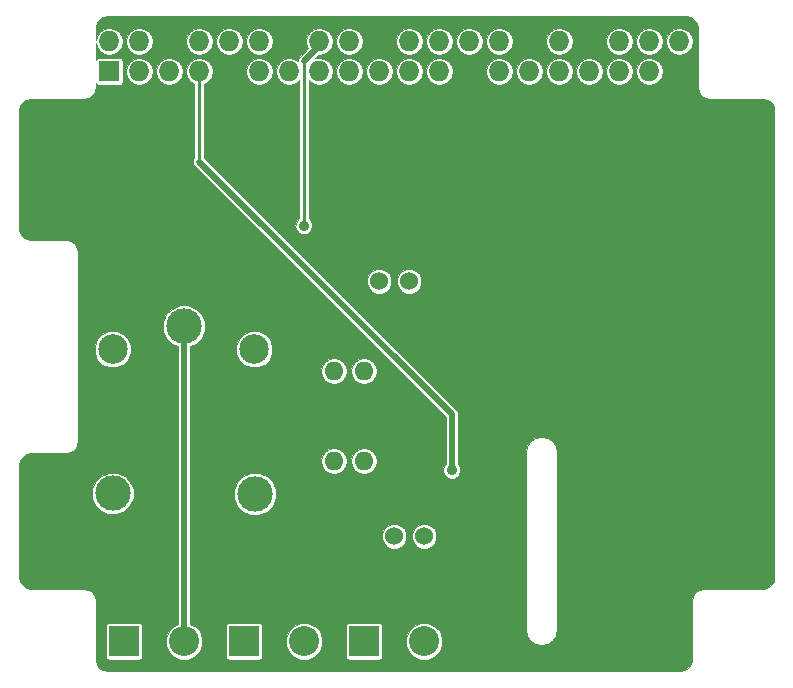
<source format=gbl>
G04 #@! TF.FileFunction,Copper,L2,Bot,Signal*
%FSLAX46Y46*%
G04 Gerber Fmt 4.6, Leading zero omitted, Abs format (unit mm)*
G04 Created by KiCad (PCBNEW 4.0.4-stable) date Thursday 06 October 2016 23:28:34*
%MOMM*%
%LPD*%
G01*
G04 APERTURE LIST*
%ADD10C,0.100000*%
%ADD11C,2.500000*%
%ADD12C,3.000000*%
%ADD13R,2.540000X2.540000*%
%ADD14C,2.540000*%
%ADD15C,1.524000*%
%ADD16R,1.727200X1.727200*%
%ADD17O,1.727200X1.727200*%
%ADD18O,1.600000X1.600000*%
%ADD19C,0.889000*%
%ADD20C,0.250000*%
%ADD21C,0.200000*%
%ADD22C,0.500000*%
%ADD23C,0.050000*%
G04 APERTURE END LIST*
D10*
D11*
X113610000Y-99840000D03*
D12*
X113610000Y-112040000D03*
X125660000Y-112090000D03*
D11*
X125610000Y-99840000D03*
D12*
X119660000Y-97890000D03*
D13*
X134900000Y-124560000D03*
D14*
X139980000Y-124560000D03*
X145060000Y-124560000D03*
D15*
X138710000Y-94080000D03*
X141250000Y-94080000D03*
X136170000Y-94080000D03*
D16*
X113310000Y-76300000D03*
D17*
X113310000Y-73760000D03*
X115850000Y-76300000D03*
X115850000Y-73760000D03*
X118390000Y-76300000D03*
X118390000Y-73760000D03*
X120930000Y-76300000D03*
X120930000Y-73760000D03*
X123470000Y-76300000D03*
X123470000Y-73760000D03*
X126010000Y-76300000D03*
X126010000Y-73760000D03*
X128550000Y-76300000D03*
X128550000Y-73760000D03*
X131090000Y-76300000D03*
X131090000Y-73760000D03*
X133630000Y-76300000D03*
X133630000Y-73760000D03*
X136170000Y-76300000D03*
X136170000Y-73760000D03*
X138710000Y-76300000D03*
X138710000Y-73760000D03*
X141250000Y-76300000D03*
X141250000Y-73760000D03*
X143790000Y-76300000D03*
X143790000Y-73760000D03*
X146330000Y-76300000D03*
X146330000Y-73760000D03*
X148870000Y-76300000D03*
X148870000Y-73760000D03*
X151410000Y-76300000D03*
X151410000Y-73760000D03*
X153950000Y-76300000D03*
X153950000Y-73760000D03*
X156490000Y-76300000D03*
X156490000Y-73760000D03*
X159030000Y-76300000D03*
X159030000Y-73760000D03*
X161570000Y-76300000D03*
X161570000Y-73760000D03*
D13*
X124740000Y-124560000D03*
D14*
X129820000Y-124560000D03*
D13*
X114580000Y-124560000D03*
D14*
X119660000Y-124560000D03*
D15*
X139980000Y-115670000D03*
X137440000Y-115670000D03*
X142520000Y-115670000D03*
D18*
X132360000Y-109320000D03*
X134900000Y-109320000D03*
X134900000Y-101700000D03*
X132360000Y-101700000D03*
D19*
X142328900Y-110058200D03*
X129809240Y-89352120D03*
D20*
X120930000Y-76300000D02*
X120930000Y-83947600D01*
D21*
X120930000Y-81724500D02*
X120930000Y-83947600D01*
D22*
X142328900Y-105346500D02*
X142328900Y-110058200D01*
X120930000Y-83947600D02*
X142328900Y-105346500D01*
D20*
X129809240Y-75429040D02*
X129809240Y-89352120D01*
D22*
X129809240Y-75429040D02*
X131090000Y-74148280D01*
D21*
X131090000Y-73760000D02*
X131090000Y-74148280D01*
D22*
X119660000Y-97890000D02*
X119660000Y-124560000D01*
D23*
G36*
X162542929Y-71719670D02*
X162859083Y-71930917D01*
X163070330Y-72247071D01*
X163145000Y-72622464D01*
X163145000Y-77620000D01*
X163145480Y-77624877D01*
X163221600Y-78007560D01*
X163225333Y-78016572D01*
X163442106Y-78340996D01*
X163449004Y-78347894D01*
X163773428Y-78564667D01*
X163782440Y-78568400D01*
X164165123Y-78644520D01*
X164170000Y-78645000D01*
X168667536Y-78645000D01*
X169042929Y-78719670D01*
X169359083Y-78930917D01*
X169570330Y-79247071D01*
X169595000Y-79371096D01*
X169595000Y-119368904D01*
X169570330Y-119492929D01*
X169359083Y-119809083D01*
X169042929Y-120020330D01*
X168667536Y-120095000D01*
X163670000Y-120095000D01*
X163665123Y-120095480D01*
X163282440Y-120171600D01*
X163273428Y-120175333D01*
X162949004Y-120392106D01*
X162942106Y-120399004D01*
X162725333Y-120723428D01*
X162721600Y-120732440D01*
X162645480Y-121115123D01*
X162645000Y-121120000D01*
X162645000Y-126117536D01*
X162570330Y-126492929D01*
X162359083Y-126809083D01*
X162042929Y-127020330D01*
X161667536Y-127095000D01*
X113172464Y-127095000D01*
X112797071Y-127020330D01*
X112480917Y-126809083D01*
X112269670Y-126492929D01*
X112195000Y-126117536D01*
X112195000Y-123290000D01*
X113029613Y-123290000D01*
X113029613Y-125830000D01*
X113048788Y-125931909D01*
X113109016Y-126025506D01*
X113200914Y-126088296D01*
X113310000Y-126110387D01*
X115850000Y-126110387D01*
X115951909Y-126091212D01*
X116045506Y-126030984D01*
X116108296Y-125939086D01*
X116130387Y-125830000D01*
X116130387Y-123290000D01*
X116111212Y-123188091D01*
X116050984Y-123094494D01*
X115959086Y-123031704D01*
X115850000Y-123009613D01*
X113310000Y-123009613D01*
X113208091Y-123028788D01*
X113114494Y-123089016D01*
X113051704Y-123180914D01*
X113029613Y-123290000D01*
X112195000Y-123290000D01*
X112195000Y-121120000D01*
X112194520Y-121115123D01*
X112118400Y-120732440D01*
X112114667Y-120723428D01*
X111897894Y-120399004D01*
X111890996Y-120392106D01*
X111566572Y-120175333D01*
X111557560Y-120171600D01*
X111174877Y-120095480D01*
X111170000Y-120095000D01*
X106672464Y-120095000D01*
X106297071Y-120020330D01*
X105980917Y-119809083D01*
X105769670Y-119492929D01*
X105695000Y-119117536D01*
X105695000Y-112391520D01*
X111834693Y-112391520D01*
X112104351Y-113044143D01*
X112603231Y-113543894D01*
X113255382Y-113814691D01*
X113961520Y-113815307D01*
X114614143Y-113545649D01*
X115113894Y-113046769D01*
X115384691Y-112394618D01*
X115385307Y-111688480D01*
X115115649Y-111035857D01*
X114616769Y-110536106D01*
X113964618Y-110265309D01*
X113258480Y-110264693D01*
X112605857Y-110534351D01*
X112106106Y-111033231D01*
X111835309Y-111685382D01*
X111834693Y-112391520D01*
X105695000Y-112391520D01*
X105695000Y-109622464D01*
X105769670Y-109247071D01*
X105980917Y-108930917D01*
X106297071Y-108719670D01*
X106672464Y-108645000D01*
X109670000Y-108645000D01*
X109674877Y-108644520D01*
X110057560Y-108568400D01*
X110066572Y-108564667D01*
X110390996Y-108347894D01*
X110397894Y-108340996D01*
X110614667Y-108016572D01*
X110618400Y-108007560D01*
X110694520Y-107624877D01*
X110695000Y-107620000D01*
X110695000Y-100142011D01*
X112084735Y-100142011D01*
X112316414Y-100702715D01*
X112745029Y-101132079D01*
X113305328Y-101364735D01*
X113912011Y-101365265D01*
X114472715Y-101133586D01*
X114902079Y-100704971D01*
X115134735Y-100144672D01*
X115135265Y-99537989D01*
X114903586Y-98977285D01*
X114474971Y-98547921D01*
X113914672Y-98315265D01*
X113307989Y-98314735D01*
X112747285Y-98546414D01*
X112317921Y-98975029D01*
X112085265Y-99535328D01*
X112084735Y-100142011D01*
X110695000Y-100142011D01*
X110695000Y-98241520D01*
X117884693Y-98241520D01*
X118154351Y-98894143D01*
X118653231Y-99393894D01*
X119135000Y-99593942D01*
X119135000Y-123105234D01*
X118785971Y-123249449D01*
X118350977Y-123683685D01*
X118115269Y-124251332D01*
X118114733Y-124865971D01*
X118349449Y-125434029D01*
X118783685Y-125869023D01*
X119351332Y-126104731D01*
X119965971Y-126105267D01*
X120534029Y-125870551D01*
X120969023Y-125436315D01*
X121204731Y-124868668D01*
X121205267Y-124254029D01*
X120970551Y-123685971D01*
X120575271Y-123290000D01*
X123189613Y-123290000D01*
X123189613Y-125830000D01*
X123208788Y-125931909D01*
X123269016Y-126025506D01*
X123360914Y-126088296D01*
X123470000Y-126110387D01*
X126010000Y-126110387D01*
X126111909Y-126091212D01*
X126205506Y-126030984D01*
X126268296Y-125939086D01*
X126290387Y-125830000D01*
X126290387Y-124865971D01*
X128274733Y-124865971D01*
X128509449Y-125434029D01*
X128943685Y-125869023D01*
X129511332Y-126104731D01*
X130125971Y-126105267D01*
X130694029Y-125870551D01*
X131129023Y-125436315D01*
X131364731Y-124868668D01*
X131365267Y-124254029D01*
X131130551Y-123685971D01*
X130735271Y-123290000D01*
X133349613Y-123290000D01*
X133349613Y-125830000D01*
X133368788Y-125931909D01*
X133429016Y-126025506D01*
X133520914Y-126088296D01*
X133630000Y-126110387D01*
X136170000Y-126110387D01*
X136271909Y-126091212D01*
X136365506Y-126030984D01*
X136428296Y-125939086D01*
X136450387Y-125830000D01*
X136450387Y-124865971D01*
X138434733Y-124865971D01*
X138669449Y-125434029D01*
X139103685Y-125869023D01*
X139671332Y-126104731D01*
X140285971Y-126105267D01*
X140854029Y-125870551D01*
X141289023Y-125436315D01*
X141524731Y-124868668D01*
X141525267Y-124254029D01*
X141290551Y-123685971D01*
X140856315Y-123250977D01*
X140288668Y-123015269D01*
X139674029Y-123014733D01*
X139105971Y-123249449D01*
X138670977Y-123683685D01*
X138435269Y-124251332D01*
X138434733Y-124865971D01*
X136450387Y-124865971D01*
X136450387Y-123290000D01*
X136431212Y-123188091D01*
X136370984Y-123094494D01*
X136279086Y-123031704D01*
X136170000Y-123009613D01*
X133630000Y-123009613D01*
X133528091Y-123028788D01*
X133434494Y-123089016D01*
X133371704Y-123180914D01*
X133349613Y-123290000D01*
X130735271Y-123290000D01*
X130696315Y-123250977D01*
X130128668Y-123015269D01*
X129514029Y-123014733D01*
X128945971Y-123249449D01*
X128510977Y-123683685D01*
X128275269Y-124251332D01*
X128274733Y-124865971D01*
X126290387Y-124865971D01*
X126290387Y-123290000D01*
X126271212Y-123188091D01*
X126210984Y-123094494D01*
X126119086Y-123031704D01*
X126010000Y-123009613D01*
X123470000Y-123009613D01*
X123368091Y-123028788D01*
X123274494Y-123089016D01*
X123211704Y-123180914D01*
X123189613Y-123290000D01*
X120575271Y-123290000D01*
X120536315Y-123250977D01*
X120185000Y-123105098D01*
X120185000Y-115875367D01*
X136402820Y-115875367D01*
X136560362Y-116256646D01*
X136851820Y-116548613D01*
X137232823Y-116706820D01*
X137645367Y-116707180D01*
X138026646Y-116549638D01*
X138318613Y-116258180D01*
X138476820Y-115877177D01*
X138476821Y-115875367D01*
X138942820Y-115875367D01*
X139100362Y-116256646D01*
X139391820Y-116548613D01*
X139772823Y-116706820D01*
X140185367Y-116707180D01*
X140566646Y-116549638D01*
X140858613Y-116258180D01*
X141016820Y-115877177D01*
X141017180Y-115464633D01*
X140859638Y-115083354D01*
X140568180Y-114791387D01*
X140187177Y-114633180D01*
X139774633Y-114632820D01*
X139393354Y-114790362D01*
X139101387Y-115081820D01*
X138943180Y-115462823D01*
X138942820Y-115875367D01*
X138476821Y-115875367D01*
X138477180Y-115464633D01*
X138319638Y-115083354D01*
X138028180Y-114791387D01*
X137647177Y-114633180D01*
X137234633Y-114632820D01*
X136853354Y-114790362D01*
X136561387Y-115081820D01*
X136403180Y-115462823D01*
X136402820Y-115875367D01*
X120185000Y-115875367D01*
X120185000Y-112441520D01*
X123884693Y-112441520D01*
X124154351Y-113094143D01*
X124653231Y-113593894D01*
X125305382Y-113864691D01*
X126011520Y-113865307D01*
X126664143Y-113595649D01*
X127163894Y-113096769D01*
X127434691Y-112444618D01*
X127435307Y-111738480D01*
X127165649Y-111085857D01*
X126666769Y-110586106D01*
X126014618Y-110315309D01*
X125308480Y-110314693D01*
X124655857Y-110584351D01*
X124156106Y-111083231D01*
X123885309Y-111735382D01*
X123884693Y-112441520D01*
X120185000Y-112441520D01*
X120185000Y-109298940D01*
X131285000Y-109298940D01*
X131285000Y-109341060D01*
X131366830Y-109752445D01*
X131599860Y-110101200D01*
X131948615Y-110334230D01*
X132360000Y-110416060D01*
X132771385Y-110334230D01*
X133120140Y-110101200D01*
X133353170Y-109752445D01*
X133435000Y-109341060D01*
X133435000Y-109298940D01*
X133825000Y-109298940D01*
X133825000Y-109341060D01*
X133906830Y-109752445D01*
X134139860Y-110101200D01*
X134488615Y-110334230D01*
X134900000Y-110416060D01*
X135311385Y-110334230D01*
X135660140Y-110101200D01*
X135893170Y-109752445D01*
X135975000Y-109341060D01*
X135975000Y-109298940D01*
X135893170Y-108887555D01*
X135660140Y-108538800D01*
X135311385Y-108305770D01*
X134900000Y-108223940D01*
X134488615Y-108305770D01*
X134139860Y-108538800D01*
X133906830Y-108887555D01*
X133825000Y-109298940D01*
X133435000Y-109298940D01*
X133353170Y-108887555D01*
X133120140Y-108538800D01*
X132771385Y-108305770D01*
X132360000Y-108223940D01*
X131948615Y-108305770D01*
X131599860Y-108538800D01*
X131366830Y-108887555D01*
X131285000Y-109298940D01*
X120185000Y-109298940D01*
X120185000Y-101678940D01*
X131285000Y-101678940D01*
X131285000Y-101721060D01*
X131366830Y-102132445D01*
X131599860Y-102481200D01*
X131948615Y-102714230D01*
X132360000Y-102796060D01*
X132771385Y-102714230D01*
X133120140Y-102481200D01*
X133353170Y-102132445D01*
X133435000Y-101721060D01*
X133435000Y-101678940D01*
X133825000Y-101678940D01*
X133825000Y-101721060D01*
X133906830Y-102132445D01*
X134139860Y-102481200D01*
X134488615Y-102714230D01*
X134900000Y-102796060D01*
X135311385Y-102714230D01*
X135660140Y-102481200D01*
X135893170Y-102132445D01*
X135975000Y-101721060D01*
X135975000Y-101678940D01*
X135893170Y-101267555D01*
X135660140Y-100918800D01*
X135311385Y-100685770D01*
X134900000Y-100603940D01*
X134488615Y-100685770D01*
X134139860Y-100918800D01*
X133906830Y-101267555D01*
X133825000Y-101678940D01*
X133435000Y-101678940D01*
X133353170Y-101267555D01*
X133120140Y-100918800D01*
X132771385Y-100685770D01*
X132360000Y-100603940D01*
X131948615Y-100685770D01*
X131599860Y-100918800D01*
X131366830Y-101267555D01*
X131285000Y-101678940D01*
X120185000Y-101678940D01*
X120185000Y-100142011D01*
X124084735Y-100142011D01*
X124316414Y-100702715D01*
X124745029Y-101132079D01*
X125305328Y-101364735D01*
X125912011Y-101365265D01*
X126472715Y-101133586D01*
X126902079Y-100704971D01*
X127134735Y-100144672D01*
X127135265Y-99537989D01*
X126903586Y-98977285D01*
X126474971Y-98547921D01*
X125914672Y-98315265D01*
X125307989Y-98314735D01*
X124747285Y-98546414D01*
X124317921Y-98975029D01*
X124085265Y-99535328D01*
X124084735Y-100142011D01*
X120185000Y-100142011D01*
X120185000Y-99593627D01*
X120664143Y-99395649D01*
X121163894Y-98896769D01*
X121434691Y-98244618D01*
X121435307Y-97538480D01*
X121165649Y-96885857D01*
X120666769Y-96386106D01*
X120014618Y-96115309D01*
X119308480Y-96114693D01*
X118655857Y-96384351D01*
X118156106Y-96883231D01*
X117885309Y-97535382D01*
X117884693Y-98241520D01*
X110695000Y-98241520D01*
X110695000Y-91620000D01*
X110694520Y-91615123D01*
X110618400Y-91232440D01*
X110614667Y-91223428D01*
X110397894Y-90899004D01*
X110390996Y-90892106D01*
X110066572Y-90675333D01*
X110057560Y-90671600D01*
X109674877Y-90595480D01*
X109670000Y-90595000D01*
X106672464Y-90595000D01*
X106297071Y-90520330D01*
X105980917Y-90309083D01*
X105769670Y-89992929D01*
X105695000Y-89617536D01*
X105695000Y-79622464D01*
X105769670Y-79247071D01*
X105980917Y-78930917D01*
X106297071Y-78719670D01*
X106672464Y-78645000D01*
X111170000Y-78645000D01*
X111174877Y-78644520D01*
X111557560Y-78568400D01*
X111566572Y-78564667D01*
X111890996Y-78347894D01*
X111897894Y-78340996D01*
X112114667Y-78016572D01*
X112118400Y-78007560D01*
X112194520Y-77624877D01*
X112195000Y-77620000D01*
X112195000Y-77280757D01*
X112245416Y-77359106D01*
X112337314Y-77421896D01*
X112446400Y-77443987D01*
X114173600Y-77443987D01*
X114275509Y-77424812D01*
X114369106Y-77364584D01*
X114431896Y-77272686D01*
X114453987Y-77163600D01*
X114453987Y-76277694D01*
X114711400Y-76277694D01*
X114711400Y-76322306D01*
X114798071Y-76758029D01*
X115044888Y-77127418D01*
X115414277Y-77374235D01*
X115850000Y-77460906D01*
X116285723Y-77374235D01*
X116655112Y-77127418D01*
X116901929Y-76758029D01*
X116988600Y-76322306D01*
X116988600Y-76277694D01*
X117251400Y-76277694D01*
X117251400Y-76322306D01*
X117338071Y-76758029D01*
X117584888Y-77127418D01*
X117954277Y-77374235D01*
X118390000Y-77460906D01*
X118825723Y-77374235D01*
X119195112Y-77127418D01*
X119441929Y-76758029D01*
X119528600Y-76322306D01*
X119528600Y-76277694D01*
X119791400Y-76277694D01*
X119791400Y-76322306D01*
X119878071Y-76758029D01*
X120124888Y-77127418D01*
X120494277Y-77374235D01*
X120530000Y-77381341D01*
X120530000Y-83619425D01*
X120444963Y-83746691D01*
X120405000Y-83947600D01*
X120444963Y-84148509D01*
X120558769Y-84318831D01*
X141803900Y-105563962D01*
X141803900Y-109565644D01*
X141719293Y-109650104D01*
X141609525Y-109914455D01*
X141609275Y-110200690D01*
X141718582Y-110465232D01*
X141920804Y-110667807D01*
X142185155Y-110777575D01*
X142471390Y-110777825D01*
X142735932Y-110668518D01*
X142938507Y-110466296D01*
X143048275Y-110201945D01*
X143048525Y-109915710D01*
X142939218Y-109651168D01*
X142853900Y-109565701D01*
X142853900Y-108570000D01*
X148595000Y-108570000D01*
X148595000Y-123570000D01*
X148601245Y-123601396D01*
X148601245Y-123633404D01*
X148677365Y-124016087D01*
X148725892Y-124133243D01*
X148942664Y-124457665D01*
X148942665Y-124457668D01*
X149032333Y-124547335D01*
X149356757Y-124764108D01*
X149473912Y-124812635D01*
X149473913Y-124812635D01*
X149856594Y-124888755D01*
X149983404Y-124888755D01*
X150366087Y-124812635D01*
X150483243Y-124764108D01*
X150483244Y-124764107D01*
X150807665Y-124547336D01*
X150807668Y-124547335D01*
X150897335Y-124457667D01*
X151114108Y-124133243D01*
X151162635Y-124016088D01*
X151162635Y-124016087D01*
X151238755Y-123633404D01*
X151238755Y-123601396D01*
X151245000Y-123570000D01*
X151245000Y-108570000D01*
X151238755Y-108538604D01*
X151238755Y-108506596D01*
X151162635Y-108123913D01*
X151151017Y-108095863D01*
X151114108Y-108006757D01*
X150897335Y-107682333D01*
X150807668Y-107592665D01*
X150807665Y-107592664D01*
X150483243Y-107375892D01*
X150366087Y-107327365D01*
X149983404Y-107251245D01*
X149856594Y-107251245D01*
X149473913Y-107327365D01*
X149473912Y-107327365D01*
X149356757Y-107375892D01*
X149032333Y-107592665D01*
X148942665Y-107682332D01*
X148942665Y-107682333D01*
X148725893Y-108006756D01*
X148725892Y-108006757D01*
X148677365Y-108123913D01*
X148601245Y-108506596D01*
X148601245Y-108538604D01*
X148595000Y-108570000D01*
X142853900Y-108570000D01*
X142853900Y-105346500D01*
X142813937Y-105145591D01*
X142700131Y-104975269D01*
X132010229Y-94285367D01*
X135132820Y-94285367D01*
X135290362Y-94666646D01*
X135581820Y-94958613D01*
X135962823Y-95116820D01*
X136375367Y-95117180D01*
X136756646Y-94959638D01*
X137048613Y-94668180D01*
X137206820Y-94287177D01*
X137206821Y-94285367D01*
X137672820Y-94285367D01*
X137830362Y-94666646D01*
X138121820Y-94958613D01*
X138502823Y-95116820D01*
X138915367Y-95117180D01*
X139296646Y-94959638D01*
X139588613Y-94668180D01*
X139746820Y-94287177D01*
X139747180Y-93874633D01*
X139589638Y-93493354D01*
X139298180Y-93201387D01*
X138917177Y-93043180D01*
X138504633Y-93042820D01*
X138123354Y-93200362D01*
X137831387Y-93491820D01*
X137673180Y-93872823D01*
X137672820Y-94285367D01*
X137206821Y-94285367D01*
X137207180Y-93874633D01*
X137049638Y-93493354D01*
X136758180Y-93201387D01*
X136377177Y-93043180D01*
X135964633Y-93042820D01*
X135583354Y-93200362D01*
X135291387Y-93491820D01*
X135133180Y-93872823D01*
X135132820Y-94285367D01*
X132010229Y-94285367D01*
X121330000Y-83605138D01*
X121330000Y-77381341D01*
X121365723Y-77374235D01*
X121735112Y-77127418D01*
X121981929Y-76758029D01*
X122068600Y-76322306D01*
X122068600Y-76277694D01*
X124871400Y-76277694D01*
X124871400Y-76322306D01*
X124958071Y-76758029D01*
X125204888Y-77127418D01*
X125574277Y-77374235D01*
X126010000Y-77460906D01*
X126445723Y-77374235D01*
X126815112Y-77127418D01*
X127061929Y-76758029D01*
X127148600Y-76322306D01*
X127148600Y-76277694D01*
X127411400Y-76277694D01*
X127411400Y-76322306D01*
X127498071Y-76758029D01*
X127744888Y-77127418D01*
X128114277Y-77374235D01*
X128550000Y-77460906D01*
X128985723Y-77374235D01*
X129355112Y-77127418D01*
X129409240Y-77046409D01*
X129409240Y-88738896D01*
X129402208Y-88741802D01*
X129199633Y-88944024D01*
X129089865Y-89208375D01*
X129089615Y-89494610D01*
X129198922Y-89759152D01*
X129401144Y-89961727D01*
X129665495Y-90071495D01*
X129951730Y-90071745D01*
X130216272Y-89962438D01*
X130418847Y-89760216D01*
X130528615Y-89495865D01*
X130528865Y-89209630D01*
X130419558Y-88945088D01*
X130217336Y-88742513D01*
X130209240Y-88739151D01*
X130209240Y-77014202D01*
X130284888Y-77127418D01*
X130654277Y-77374235D01*
X131090000Y-77460906D01*
X131525723Y-77374235D01*
X131895112Y-77127418D01*
X132141929Y-76758029D01*
X132228600Y-76322306D01*
X132228600Y-76277694D01*
X132491400Y-76277694D01*
X132491400Y-76322306D01*
X132578071Y-76758029D01*
X132824888Y-77127418D01*
X133194277Y-77374235D01*
X133630000Y-77460906D01*
X134065723Y-77374235D01*
X134435112Y-77127418D01*
X134681929Y-76758029D01*
X134768600Y-76322306D01*
X134768600Y-76277694D01*
X135031400Y-76277694D01*
X135031400Y-76322306D01*
X135118071Y-76758029D01*
X135364888Y-77127418D01*
X135734277Y-77374235D01*
X136170000Y-77460906D01*
X136605723Y-77374235D01*
X136975112Y-77127418D01*
X137221929Y-76758029D01*
X137308600Y-76322306D01*
X137308600Y-76277694D01*
X137571400Y-76277694D01*
X137571400Y-76322306D01*
X137658071Y-76758029D01*
X137904888Y-77127418D01*
X138274277Y-77374235D01*
X138710000Y-77460906D01*
X139145723Y-77374235D01*
X139515112Y-77127418D01*
X139761929Y-76758029D01*
X139848600Y-76322306D01*
X139848600Y-76277694D01*
X140111400Y-76277694D01*
X140111400Y-76322306D01*
X140198071Y-76758029D01*
X140444888Y-77127418D01*
X140814277Y-77374235D01*
X141250000Y-77460906D01*
X141685723Y-77374235D01*
X142055112Y-77127418D01*
X142301929Y-76758029D01*
X142388600Y-76322306D01*
X142388600Y-76277694D01*
X145191400Y-76277694D01*
X145191400Y-76322306D01*
X145278071Y-76758029D01*
X145524888Y-77127418D01*
X145894277Y-77374235D01*
X146330000Y-77460906D01*
X146765723Y-77374235D01*
X147135112Y-77127418D01*
X147381929Y-76758029D01*
X147468600Y-76322306D01*
X147468600Y-76277694D01*
X147731400Y-76277694D01*
X147731400Y-76322306D01*
X147818071Y-76758029D01*
X148064888Y-77127418D01*
X148434277Y-77374235D01*
X148870000Y-77460906D01*
X149305723Y-77374235D01*
X149675112Y-77127418D01*
X149921929Y-76758029D01*
X150008600Y-76322306D01*
X150008600Y-76277694D01*
X150271400Y-76277694D01*
X150271400Y-76322306D01*
X150358071Y-76758029D01*
X150604888Y-77127418D01*
X150974277Y-77374235D01*
X151410000Y-77460906D01*
X151845723Y-77374235D01*
X152215112Y-77127418D01*
X152461929Y-76758029D01*
X152548600Y-76322306D01*
X152548600Y-76277694D01*
X152811400Y-76277694D01*
X152811400Y-76322306D01*
X152898071Y-76758029D01*
X153144888Y-77127418D01*
X153514277Y-77374235D01*
X153950000Y-77460906D01*
X154385723Y-77374235D01*
X154755112Y-77127418D01*
X155001929Y-76758029D01*
X155088600Y-76322306D01*
X155088600Y-76277694D01*
X155351400Y-76277694D01*
X155351400Y-76322306D01*
X155438071Y-76758029D01*
X155684888Y-77127418D01*
X156054277Y-77374235D01*
X156490000Y-77460906D01*
X156925723Y-77374235D01*
X157295112Y-77127418D01*
X157541929Y-76758029D01*
X157628600Y-76322306D01*
X157628600Y-76277694D01*
X157891400Y-76277694D01*
X157891400Y-76322306D01*
X157978071Y-76758029D01*
X158224888Y-77127418D01*
X158594277Y-77374235D01*
X159030000Y-77460906D01*
X159465723Y-77374235D01*
X159835112Y-77127418D01*
X160081929Y-76758029D01*
X160168600Y-76322306D01*
X160168600Y-76277694D01*
X160081929Y-75841971D01*
X159835112Y-75472582D01*
X159465723Y-75225765D01*
X159030000Y-75139094D01*
X158594277Y-75225765D01*
X158224888Y-75472582D01*
X157978071Y-75841971D01*
X157891400Y-76277694D01*
X157628600Y-76277694D01*
X157541929Y-75841971D01*
X157295112Y-75472582D01*
X156925723Y-75225765D01*
X156490000Y-75139094D01*
X156054277Y-75225765D01*
X155684888Y-75472582D01*
X155438071Y-75841971D01*
X155351400Y-76277694D01*
X155088600Y-76277694D01*
X155001929Y-75841971D01*
X154755112Y-75472582D01*
X154385723Y-75225765D01*
X153950000Y-75139094D01*
X153514277Y-75225765D01*
X153144888Y-75472582D01*
X152898071Y-75841971D01*
X152811400Y-76277694D01*
X152548600Y-76277694D01*
X152461929Y-75841971D01*
X152215112Y-75472582D01*
X151845723Y-75225765D01*
X151410000Y-75139094D01*
X150974277Y-75225765D01*
X150604888Y-75472582D01*
X150358071Y-75841971D01*
X150271400Y-76277694D01*
X150008600Y-76277694D01*
X149921929Y-75841971D01*
X149675112Y-75472582D01*
X149305723Y-75225765D01*
X148870000Y-75139094D01*
X148434277Y-75225765D01*
X148064888Y-75472582D01*
X147818071Y-75841971D01*
X147731400Y-76277694D01*
X147468600Y-76277694D01*
X147381929Y-75841971D01*
X147135112Y-75472582D01*
X146765723Y-75225765D01*
X146330000Y-75139094D01*
X145894277Y-75225765D01*
X145524888Y-75472582D01*
X145278071Y-75841971D01*
X145191400Y-76277694D01*
X142388600Y-76277694D01*
X142301929Y-75841971D01*
X142055112Y-75472582D01*
X141685723Y-75225765D01*
X141250000Y-75139094D01*
X140814277Y-75225765D01*
X140444888Y-75472582D01*
X140198071Y-75841971D01*
X140111400Y-76277694D01*
X139848600Y-76277694D01*
X139761929Y-75841971D01*
X139515112Y-75472582D01*
X139145723Y-75225765D01*
X138710000Y-75139094D01*
X138274277Y-75225765D01*
X137904888Y-75472582D01*
X137658071Y-75841971D01*
X137571400Y-76277694D01*
X137308600Y-76277694D01*
X137221929Y-75841971D01*
X136975112Y-75472582D01*
X136605723Y-75225765D01*
X136170000Y-75139094D01*
X135734277Y-75225765D01*
X135364888Y-75472582D01*
X135118071Y-75841971D01*
X135031400Y-76277694D01*
X134768600Y-76277694D01*
X134681929Y-75841971D01*
X134435112Y-75472582D01*
X134065723Y-75225765D01*
X133630000Y-75139094D01*
X133194277Y-75225765D01*
X132824888Y-75472582D01*
X132578071Y-75841971D01*
X132491400Y-76277694D01*
X132228600Y-76277694D01*
X132141929Y-75841971D01*
X131895112Y-75472582D01*
X131525723Y-75225765D01*
X131090000Y-75139094D01*
X130779981Y-75200761D01*
X131064841Y-74915901D01*
X131090000Y-74920906D01*
X131525723Y-74834235D01*
X131895112Y-74587418D01*
X132141929Y-74218029D01*
X132228600Y-73782306D01*
X132228600Y-73737694D01*
X132491400Y-73737694D01*
X132491400Y-73782306D01*
X132578071Y-74218029D01*
X132824888Y-74587418D01*
X133194277Y-74834235D01*
X133630000Y-74920906D01*
X134065723Y-74834235D01*
X134435112Y-74587418D01*
X134681929Y-74218029D01*
X134768600Y-73782306D01*
X134768600Y-73737694D01*
X137571400Y-73737694D01*
X137571400Y-73782306D01*
X137658071Y-74218029D01*
X137904888Y-74587418D01*
X138274277Y-74834235D01*
X138710000Y-74920906D01*
X139145723Y-74834235D01*
X139515112Y-74587418D01*
X139761929Y-74218029D01*
X139848600Y-73782306D01*
X139848600Y-73737694D01*
X140111400Y-73737694D01*
X140111400Y-73782306D01*
X140198071Y-74218029D01*
X140444888Y-74587418D01*
X140814277Y-74834235D01*
X141250000Y-74920906D01*
X141685723Y-74834235D01*
X142055112Y-74587418D01*
X142301929Y-74218029D01*
X142388600Y-73782306D01*
X142388600Y-73737694D01*
X142651400Y-73737694D01*
X142651400Y-73782306D01*
X142738071Y-74218029D01*
X142984888Y-74587418D01*
X143354277Y-74834235D01*
X143790000Y-74920906D01*
X144225723Y-74834235D01*
X144595112Y-74587418D01*
X144841929Y-74218029D01*
X144928600Y-73782306D01*
X144928600Y-73737694D01*
X145191400Y-73737694D01*
X145191400Y-73782306D01*
X145278071Y-74218029D01*
X145524888Y-74587418D01*
X145894277Y-74834235D01*
X146330000Y-74920906D01*
X146765723Y-74834235D01*
X147135112Y-74587418D01*
X147381929Y-74218029D01*
X147468600Y-73782306D01*
X147468600Y-73737694D01*
X150271400Y-73737694D01*
X150271400Y-73782306D01*
X150358071Y-74218029D01*
X150604888Y-74587418D01*
X150974277Y-74834235D01*
X151410000Y-74920906D01*
X151845723Y-74834235D01*
X152215112Y-74587418D01*
X152461929Y-74218029D01*
X152548600Y-73782306D01*
X152548600Y-73737694D01*
X155351400Y-73737694D01*
X155351400Y-73782306D01*
X155438071Y-74218029D01*
X155684888Y-74587418D01*
X156054277Y-74834235D01*
X156490000Y-74920906D01*
X156925723Y-74834235D01*
X157295112Y-74587418D01*
X157541929Y-74218029D01*
X157628600Y-73782306D01*
X157628600Y-73737694D01*
X157891400Y-73737694D01*
X157891400Y-73782306D01*
X157978071Y-74218029D01*
X158224888Y-74587418D01*
X158594277Y-74834235D01*
X159030000Y-74920906D01*
X159465723Y-74834235D01*
X159835112Y-74587418D01*
X160081929Y-74218029D01*
X160168600Y-73782306D01*
X160168600Y-73737694D01*
X160431400Y-73737694D01*
X160431400Y-73782306D01*
X160518071Y-74218029D01*
X160764888Y-74587418D01*
X161134277Y-74834235D01*
X161570000Y-74920906D01*
X162005723Y-74834235D01*
X162375112Y-74587418D01*
X162621929Y-74218029D01*
X162708600Y-73782306D01*
X162708600Y-73737694D01*
X162621929Y-73301971D01*
X162375112Y-72932582D01*
X162005723Y-72685765D01*
X161570000Y-72599094D01*
X161134277Y-72685765D01*
X160764888Y-72932582D01*
X160518071Y-73301971D01*
X160431400Y-73737694D01*
X160168600Y-73737694D01*
X160081929Y-73301971D01*
X159835112Y-72932582D01*
X159465723Y-72685765D01*
X159030000Y-72599094D01*
X158594277Y-72685765D01*
X158224888Y-72932582D01*
X157978071Y-73301971D01*
X157891400Y-73737694D01*
X157628600Y-73737694D01*
X157541929Y-73301971D01*
X157295112Y-72932582D01*
X156925723Y-72685765D01*
X156490000Y-72599094D01*
X156054277Y-72685765D01*
X155684888Y-72932582D01*
X155438071Y-73301971D01*
X155351400Y-73737694D01*
X152548600Y-73737694D01*
X152461929Y-73301971D01*
X152215112Y-72932582D01*
X151845723Y-72685765D01*
X151410000Y-72599094D01*
X150974277Y-72685765D01*
X150604888Y-72932582D01*
X150358071Y-73301971D01*
X150271400Y-73737694D01*
X147468600Y-73737694D01*
X147381929Y-73301971D01*
X147135112Y-72932582D01*
X146765723Y-72685765D01*
X146330000Y-72599094D01*
X145894277Y-72685765D01*
X145524888Y-72932582D01*
X145278071Y-73301971D01*
X145191400Y-73737694D01*
X144928600Y-73737694D01*
X144841929Y-73301971D01*
X144595112Y-72932582D01*
X144225723Y-72685765D01*
X143790000Y-72599094D01*
X143354277Y-72685765D01*
X142984888Y-72932582D01*
X142738071Y-73301971D01*
X142651400Y-73737694D01*
X142388600Y-73737694D01*
X142301929Y-73301971D01*
X142055112Y-72932582D01*
X141685723Y-72685765D01*
X141250000Y-72599094D01*
X140814277Y-72685765D01*
X140444888Y-72932582D01*
X140198071Y-73301971D01*
X140111400Y-73737694D01*
X139848600Y-73737694D01*
X139761929Y-73301971D01*
X139515112Y-72932582D01*
X139145723Y-72685765D01*
X138710000Y-72599094D01*
X138274277Y-72685765D01*
X137904888Y-72932582D01*
X137658071Y-73301971D01*
X137571400Y-73737694D01*
X134768600Y-73737694D01*
X134681929Y-73301971D01*
X134435112Y-72932582D01*
X134065723Y-72685765D01*
X133630000Y-72599094D01*
X133194277Y-72685765D01*
X132824888Y-72932582D01*
X132578071Y-73301971D01*
X132491400Y-73737694D01*
X132228600Y-73737694D01*
X132141929Y-73301971D01*
X131895112Y-72932582D01*
X131525723Y-72685765D01*
X131090000Y-72599094D01*
X130654277Y-72685765D01*
X130284888Y-72932582D01*
X130038071Y-73301971D01*
X129951400Y-73737694D01*
X129951400Y-73782306D01*
X130038071Y-74218029D01*
X130134088Y-74361730D01*
X129438009Y-75057809D01*
X129324203Y-75228131D01*
X129284909Y-75425674D01*
X128985723Y-75225765D01*
X128550000Y-75139094D01*
X128114277Y-75225765D01*
X127744888Y-75472582D01*
X127498071Y-75841971D01*
X127411400Y-76277694D01*
X127148600Y-76277694D01*
X127061929Y-75841971D01*
X126815112Y-75472582D01*
X126445723Y-75225765D01*
X126010000Y-75139094D01*
X125574277Y-75225765D01*
X125204888Y-75472582D01*
X124958071Y-75841971D01*
X124871400Y-76277694D01*
X122068600Y-76277694D01*
X121981929Y-75841971D01*
X121735112Y-75472582D01*
X121365723Y-75225765D01*
X120930000Y-75139094D01*
X120494277Y-75225765D01*
X120124888Y-75472582D01*
X119878071Y-75841971D01*
X119791400Y-76277694D01*
X119528600Y-76277694D01*
X119441929Y-75841971D01*
X119195112Y-75472582D01*
X118825723Y-75225765D01*
X118390000Y-75139094D01*
X117954277Y-75225765D01*
X117584888Y-75472582D01*
X117338071Y-75841971D01*
X117251400Y-76277694D01*
X116988600Y-76277694D01*
X116901929Y-75841971D01*
X116655112Y-75472582D01*
X116285723Y-75225765D01*
X115850000Y-75139094D01*
X115414277Y-75225765D01*
X115044888Y-75472582D01*
X114798071Y-75841971D01*
X114711400Y-76277694D01*
X114453987Y-76277694D01*
X114453987Y-75436400D01*
X114434812Y-75334491D01*
X114374584Y-75240894D01*
X114282686Y-75178104D01*
X114173600Y-75156013D01*
X112446400Y-75156013D01*
X112344491Y-75175188D01*
X112250894Y-75235416D01*
X112195000Y-75317221D01*
X112195000Y-73900951D01*
X112258071Y-74218029D01*
X112504888Y-74587418D01*
X112874277Y-74834235D01*
X113310000Y-74920906D01*
X113745723Y-74834235D01*
X114115112Y-74587418D01*
X114361929Y-74218029D01*
X114448600Y-73782306D01*
X114448600Y-73737694D01*
X114711400Y-73737694D01*
X114711400Y-73782306D01*
X114798071Y-74218029D01*
X115044888Y-74587418D01*
X115414277Y-74834235D01*
X115850000Y-74920906D01*
X116285723Y-74834235D01*
X116655112Y-74587418D01*
X116901929Y-74218029D01*
X116988600Y-73782306D01*
X116988600Y-73737694D01*
X119791400Y-73737694D01*
X119791400Y-73782306D01*
X119878071Y-74218029D01*
X120124888Y-74587418D01*
X120494277Y-74834235D01*
X120930000Y-74920906D01*
X121365723Y-74834235D01*
X121735112Y-74587418D01*
X121981929Y-74218029D01*
X122068600Y-73782306D01*
X122068600Y-73737694D01*
X122331400Y-73737694D01*
X122331400Y-73782306D01*
X122418071Y-74218029D01*
X122664888Y-74587418D01*
X123034277Y-74834235D01*
X123470000Y-74920906D01*
X123905723Y-74834235D01*
X124275112Y-74587418D01*
X124521929Y-74218029D01*
X124608600Y-73782306D01*
X124608600Y-73737694D01*
X124871400Y-73737694D01*
X124871400Y-73782306D01*
X124958071Y-74218029D01*
X125204888Y-74587418D01*
X125574277Y-74834235D01*
X126010000Y-74920906D01*
X126445723Y-74834235D01*
X126815112Y-74587418D01*
X127061929Y-74218029D01*
X127148600Y-73782306D01*
X127148600Y-73737694D01*
X127061929Y-73301971D01*
X126815112Y-72932582D01*
X126445723Y-72685765D01*
X126010000Y-72599094D01*
X125574277Y-72685765D01*
X125204888Y-72932582D01*
X124958071Y-73301971D01*
X124871400Y-73737694D01*
X124608600Y-73737694D01*
X124521929Y-73301971D01*
X124275112Y-72932582D01*
X123905723Y-72685765D01*
X123470000Y-72599094D01*
X123034277Y-72685765D01*
X122664888Y-72932582D01*
X122418071Y-73301971D01*
X122331400Y-73737694D01*
X122068600Y-73737694D01*
X121981929Y-73301971D01*
X121735112Y-72932582D01*
X121365723Y-72685765D01*
X120930000Y-72599094D01*
X120494277Y-72685765D01*
X120124888Y-72932582D01*
X119878071Y-73301971D01*
X119791400Y-73737694D01*
X116988600Y-73737694D01*
X116901929Y-73301971D01*
X116655112Y-72932582D01*
X116285723Y-72685765D01*
X115850000Y-72599094D01*
X115414277Y-72685765D01*
X115044888Y-72932582D01*
X114798071Y-73301971D01*
X114711400Y-73737694D01*
X114448600Y-73737694D01*
X114361929Y-73301971D01*
X114115112Y-72932582D01*
X113745723Y-72685765D01*
X113310000Y-72599094D01*
X112874277Y-72685765D01*
X112504888Y-72932582D01*
X112258071Y-73301971D01*
X112195000Y-73619049D01*
X112195000Y-72622464D01*
X112269670Y-72247071D01*
X112480917Y-71930917D01*
X112797071Y-71719670D01*
X113172464Y-71645000D01*
X162167536Y-71645000D01*
X162542929Y-71719670D01*
X162542929Y-71719670D01*
G37*
X162542929Y-71719670D02*
X162859083Y-71930917D01*
X163070330Y-72247071D01*
X163145000Y-72622464D01*
X163145000Y-77620000D01*
X163145480Y-77624877D01*
X163221600Y-78007560D01*
X163225333Y-78016572D01*
X163442106Y-78340996D01*
X163449004Y-78347894D01*
X163773428Y-78564667D01*
X163782440Y-78568400D01*
X164165123Y-78644520D01*
X164170000Y-78645000D01*
X168667536Y-78645000D01*
X169042929Y-78719670D01*
X169359083Y-78930917D01*
X169570330Y-79247071D01*
X169595000Y-79371096D01*
X169595000Y-119368904D01*
X169570330Y-119492929D01*
X169359083Y-119809083D01*
X169042929Y-120020330D01*
X168667536Y-120095000D01*
X163670000Y-120095000D01*
X163665123Y-120095480D01*
X163282440Y-120171600D01*
X163273428Y-120175333D01*
X162949004Y-120392106D01*
X162942106Y-120399004D01*
X162725333Y-120723428D01*
X162721600Y-120732440D01*
X162645480Y-121115123D01*
X162645000Y-121120000D01*
X162645000Y-126117536D01*
X162570330Y-126492929D01*
X162359083Y-126809083D01*
X162042929Y-127020330D01*
X161667536Y-127095000D01*
X113172464Y-127095000D01*
X112797071Y-127020330D01*
X112480917Y-126809083D01*
X112269670Y-126492929D01*
X112195000Y-126117536D01*
X112195000Y-123290000D01*
X113029613Y-123290000D01*
X113029613Y-125830000D01*
X113048788Y-125931909D01*
X113109016Y-126025506D01*
X113200914Y-126088296D01*
X113310000Y-126110387D01*
X115850000Y-126110387D01*
X115951909Y-126091212D01*
X116045506Y-126030984D01*
X116108296Y-125939086D01*
X116130387Y-125830000D01*
X116130387Y-123290000D01*
X116111212Y-123188091D01*
X116050984Y-123094494D01*
X115959086Y-123031704D01*
X115850000Y-123009613D01*
X113310000Y-123009613D01*
X113208091Y-123028788D01*
X113114494Y-123089016D01*
X113051704Y-123180914D01*
X113029613Y-123290000D01*
X112195000Y-123290000D01*
X112195000Y-121120000D01*
X112194520Y-121115123D01*
X112118400Y-120732440D01*
X112114667Y-120723428D01*
X111897894Y-120399004D01*
X111890996Y-120392106D01*
X111566572Y-120175333D01*
X111557560Y-120171600D01*
X111174877Y-120095480D01*
X111170000Y-120095000D01*
X106672464Y-120095000D01*
X106297071Y-120020330D01*
X105980917Y-119809083D01*
X105769670Y-119492929D01*
X105695000Y-119117536D01*
X105695000Y-112391520D01*
X111834693Y-112391520D01*
X112104351Y-113044143D01*
X112603231Y-113543894D01*
X113255382Y-113814691D01*
X113961520Y-113815307D01*
X114614143Y-113545649D01*
X115113894Y-113046769D01*
X115384691Y-112394618D01*
X115385307Y-111688480D01*
X115115649Y-111035857D01*
X114616769Y-110536106D01*
X113964618Y-110265309D01*
X113258480Y-110264693D01*
X112605857Y-110534351D01*
X112106106Y-111033231D01*
X111835309Y-111685382D01*
X111834693Y-112391520D01*
X105695000Y-112391520D01*
X105695000Y-109622464D01*
X105769670Y-109247071D01*
X105980917Y-108930917D01*
X106297071Y-108719670D01*
X106672464Y-108645000D01*
X109670000Y-108645000D01*
X109674877Y-108644520D01*
X110057560Y-108568400D01*
X110066572Y-108564667D01*
X110390996Y-108347894D01*
X110397894Y-108340996D01*
X110614667Y-108016572D01*
X110618400Y-108007560D01*
X110694520Y-107624877D01*
X110695000Y-107620000D01*
X110695000Y-100142011D01*
X112084735Y-100142011D01*
X112316414Y-100702715D01*
X112745029Y-101132079D01*
X113305328Y-101364735D01*
X113912011Y-101365265D01*
X114472715Y-101133586D01*
X114902079Y-100704971D01*
X115134735Y-100144672D01*
X115135265Y-99537989D01*
X114903586Y-98977285D01*
X114474971Y-98547921D01*
X113914672Y-98315265D01*
X113307989Y-98314735D01*
X112747285Y-98546414D01*
X112317921Y-98975029D01*
X112085265Y-99535328D01*
X112084735Y-100142011D01*
X110695000Y-100142011D01*
X110695000Y-98241520D01*
X117884693Y-98241520D01*
X118154351Y-98894143D01*
X118653231Y-99393894D01*
X119135000Y-99593942D01*
X119135000Y-123105234D01*
X118785971Y-123249449D01*
X118350977Y-123683685D01*
X118115269Y-124251332D01*
X118114733Y-124865971D01*
X118349449Y-125434029D01*
X118783685Y-125869023D01*
X119351332Y-126104731D01*
X119965971Y-126105267D01*
X120534029Y-125870551D01*
X120969023Y-125436315D01*
X121204731Y-124868668D01*
X121205267Y-124254029D01*
X120970551Y-123685971D01*
X120575271Y-123290000D01*
X123189613Y-123290000D01*
X123189613Y-125830000D01*
X123208788Y-125931909D01*
X123269016Y-126025506D01*
X123360914Y-126088296D01*
X123470000Y-126110387D01*
X126010000Y-126110387D01*
X126111909Y-126091212D01*
X126205506Y-126030984D01*
X126268296Y-125939086D01*
X126290387Y-125830000D01*
X126290387Y-124865971D01*
X128274733Y-124865971D01*
X128509449Y-125434029D01*
X128943685Y-125869023D01*
X129511332Y-126104731D01*
X130125971Y-126105267D01*
X130694029Y-125870551D01*
X131129023Y-125436315D01*
X131364731Y-124868668D01*
X131365267Y-124254029D01*
X131130551Y-123685971D01*
X130735271Y-123290000D01*
X133349613Y-123290000D01*
X133349613Y-125830000D01*
X133368788Y-125931909D01*
X133429016Y-126025506D01*
X133520914Y-126088296D01*
X133630000Y-126110387D01*
X136170000Y-126110387D01*
X136271909Y-126091212D01*
X136365506Y-126030984D01*
X136428296Y-125939086D01*
X136450387Y-125830000D01*
X136450387Y-124865971D01*
X138434733Y-124865971D01*
X138669449Y-125434029D01*
X139103685Y-125869023D01*
X139671332Y-126104731D01*
X140285971Y-126105267D01*
X140854029Y-125870551D01*
X141289023Y-125436315D01*
X141524731Y-124868668D01*
X141525267Y-124254029D01*
X141290551Y-123685971D01*
X140856315Y-123250977D01*
X140288668Y-123015269D01*
X139674029Y-123014733D01*
X139105971Y-123249449D01*
X138670977Y-123683685D01*
X138435269Y-124251332D01*
X138434733Y-124865971D01*
X136450387Y-124865971D01*
X136450387Y-123290000D01*
X136431212Y-123188091D01*
X136370984Y-123094494D01*
X136279086Y-123031704D01*
X136170000Y-123009613D01*
X133630000Y-123009613D01*
X133528091Y-123028788D01*
X133434494Y-123089016D01*
X133371704Y-123180914D01*
X133349613Y-123290000D01*
X130735271Y-123290000D01*
X130696315Y-123250977D01*
X130128668Y-123015269D01*
X129514029Y-123014733D01*
X128945971Y-123249449D01*
X128510977Y-123683685D01*
X128275269Y-124251332D01*
X128274733Y-124865971D01*
X126290387Y-124865971D01*
X126290387Y-123290000D01*
X126271212Y-123188091D01*
X126210984Y-123094494D01*
X126119086Y-123031704D01*
X126010000Y-123009613D01*
X123470000Y-123009613D01*
X123368091Y-123028788D01*
X123274494Y-123089016D01*
X123211704Y-123180914D01*
X123189613Y-123290000D01*
X120575271Y-123290000D01*
X120536315Y-123250977D01*
X120185000Y-123105098D01*
X120185000Y-115875367D01*
X136402820Y-115875367D01*
X136560362Y-116256646D01*
X136851820Y-116548613D01*
X137232823Y-116706820D01*
X137645367Y-116707180D01*
X138026646Y-116549638D01*
X138318613Y-116258180D01*
X138476820Y-115877177D01*
X138476821Y-115875367D01*
X138942820Y-115875367D01*
X139100362Y-116256646D01*
X139391820Y-116548613D01*
X139772823Y-116706820D01*
X140185367Y-116707180D01*
X140566646Y-116549638D01*
X140858613Y-116258180D01*
X141016820Y-115877177D01*
X141017180Y-115464633D01*
X140859638Y-115083354D01*
X140568180Y-114791387D01*
X140187177Y-114633180D01*
X139774633Y-114632820D01*
X139393354Y-114790362D01*
X139101387Y-115081820D01*
X138943180Y-115462823D01*
X138942820Y-115875367D01*
X138476821Y-115875367D01*
X138477180Y-115464633D01*
X138319638Y-115083354D01*
X138028180Y-114791387D01*
X137647177Y-114633180D01*
X137234633Y-114632820D01*
X136853354Y-114790362D01*
X136561387Y-115081820D01*
X136403180Y-115462823D01*
X136402820Y-115875367D01*
X120185000Y-115875367D01*
X120185000Y-112441520D01*
X123884693Y-112441520D01*
X124154351Y-113094143D01*
X124653231Y-113593894D01*
X125305382Y-113864691D01*
X126011520Y-113865307D01*
X126664143Y-113595649D01*
X127163894Y-113096769D01*
X127434691Y-112444618D01*
X127435307Y-111738480D01*
X127165649Y-111085857D01*
X126666769Y-110586106D01*
X126014618Y-110315309D01*
X125308480Y-110314693D01*
X124655857Y-110584351D01*
X124156106Y-111083231D01*
X123885309Y-111735382D01*
X123884693Y-112441520D01*
X120185000Y-112441520D01*
X120185000Y-109298940D01*
X131285000Y-109298940D01*
X131285000Y-109341060D01*
X131366830Y-109752445D01*
X131599860Y-110101200D01*
X131948615Y-110334230D01*
X132360000Y-110416060D01*
X132771385Y-110334230D01*
X133120140Y-110101200D01*
X133353170Y-109752445D01*
X133435000Y-109341060D01*
X133435000Y-109298940D01*
X133825000Y-109298940D01*
X133825000Y-109341060D01*
X133906830Y-109752445D01*
X134139860Y-110101200D01*
X134488615Y-110334230D01*
X134900000Y-110416060D01*
X135311385Y-110334230D01*
X135660140Y-110101200D01*
X135893170Y-109752445D01*
X135975000Y-109341060D01*
X135975000Y-109298940D01*
X135893170Y-108887555D01*
X135660140Y-108538800D01*
X135311385Y-108305770D01*
X134900000Y-108223940D01*
X134488615Y-108305770D01*
X134139860Y-108538800D01*
X133906830Y-108887555D01*
X133825000Y-109298940D01*
X133435000Y-109298940D01*
X133353170Y-108887555D01*
X133120140Y-108538800D01*
X132771385Y-108305770D01*
X132360000Y-108223940D01*
X131948615Y-108305770D01*
X131599860Y-108538800D01*
X131366830Y-108887555D01*
X131285000Y-109298940D01*
X120185000Y-109298940D01*
X120185000Y-101678940D01*
X131285000Y-101678940D01*
X131285000Y-101721060D01*
X131366830Y-102132445D01*
X131599860Y-102481200D01*
X131948615Y-102714230D01*
X132360000Y-102796060D01*
X132771385Y-102714230D01*
X133120140Y-102481200D01*
X133353170Y-102132445D01*
X133435000Y-101721060D01*
X133435000Y-101678940D01*
X133825000Y-101678940D01*
X133825000Y-101721060D01*
X133906830Y-102132445D01*
X134139860Y-102481200D01*
X134488615Y-102714230D01*
X134900000Y-102796060D01*
X135311385Y-102714230D01*
X135660140Y-102481200D01*
X135893170Y-102132445D01*
X135975000Y-101721060D01*
X135975000Y-101678940D01*
X135893170Y-101267555D01*
X135660140Y-100918800D01*
X135311385Y-100685770D01*
X134900000Y-100603940D01*
X134488615Y-100685770D01*
X134139860Y-100918800D01*
X133906830Y-101267555D01*
X133825000Y-101678940D01*
X133435000Y-101678940D01*
X133353170Y-101267555D01*
X133120140Y-100918800D01*
X132771385Y-100685770D01*
X132360000Y-100603940D01*
X131948615Y-100685770D01*
X131599860Y-100918800D01*
X131366830Y-101267555D01*
X131285000Y-101678940D01*
X120185000Y-101678940D01*
X120185000Y-100142011D01*
X124084735Y-100142011D01*
X124316414Y-100702715D01*
X124745029Y-101132079D01*
X125305328Y-101364735D01*
X125912011Y-101365265D01*
X126472715Y-101133586D01*
X126902079Y-100704971D01*
X127134735Y-100144672D01*
X127135265Y-99537989D01*
X126903586Y-98977285D01*
X126474971Y-98547921D01*
X125914672Y-98315265D01*
X125307989Y-98314735D01*
X124747285Y-98546414D01*
X124317921Y-98975029D01*
X124085265Y-99535328D01*
X124084735Y-100142011D01*
X120185000Y-100142011D01*
X120185000Y-99593627D01*
X120664143Y-99395649D01*
X121163894Y-98896769D01*
X121434691Y-98244618D01*
X121435307Y-97538480D01*
X121165649Y-96885857D01*
X120666769Y-96386106D01*
X120014618Y-96115309D01*
X119308480Y-96114693D01*
X118655857Y-96384351D01*
X118156106Y-96883231D01*
X117885309Y-97535382D01*
X117884693Y-98241520D01*
X110695000Y-98241520D01*
X110695000Y-91620000D01*
X110694520Y-91615123D01*
X110618400Y-91232440D01*
X110614667Y-91223428D01*
X110397894Y-90899004D01*
X110390996Y-90892106D01*
X110066572Y-90675333D01*
X110057560Y-90671600D01*
X109674877Y-90595480D01*
X109670000Y-90595000D01*
X106672464Y-90595000D01*
X106297071Y-90520330D01*
X105980917Y-90309083D01*
X105769670Y-89992929D01*
X105695000Y-89617536D01*
X105695000Y-79622464D01*
X105769670Y-79247071D01*
X105980917Y-78930917D01*
X106297071Y-78719670D01*
X106672464Y-78645000D01*
X111170000Y-78645000D01*
X111174877Y-78644520D01*
X111557560Y-78568400D01*
X111566572Y-78564667D01*
X111890996Y-78347894D01*
X111897894Y-78340996D01*
X112114667Y-78016572D01*
X112118400Y-78007560D01*
X112194520Y-77624877D01*
X112195000Y-77620000D01*
X112195000Y-77280757D01*
X112245416Y-77359106D01*
X112337314Y-77421896D01*
X112446400Y-77443987D01*
X114173600Y-77443987D01*
X114275509Y-77424812D01*
X114369106Y-77364584D01*
X114431896Y-77272686D01*
X114453987Y-77163600D01*
X114453987Y-76277694D01*
X114711400Y-76277694D01*
X114711400Y-76322306D01*
X114798071Y-76758029D01*
X115044888Y-77127418D01*
X115414277Y-77374235D01*
X115850000Y-77460906D01*
X116285723Y-77374235D01*
X116655112Y-77127418D01*
X116901929Y-76758029D01*
X116988600Y-76322306D01*
X116988600Y-76277694D01*
X117251400Y-76277694D01*
X117251400Y-76322306D01*
X117338071Y-76758029D01*
X117584888Y-77127418D01*
X117954277Y-77374235D01*
X118390000Y-77460906D01*
X118825723Y-77374235D01*
X119195112Y-77127418D01*
X119441929Y-76758029D01*
X119528600Y-76322306D01*
X119528600Y-76277694D01*
X119791400Y-76277694D01*
X119791400Y-76322306D01*
X119878071Y-76758029D01*
X120124888Y-77127418D01*
X120494277Y-77374235D01*
X120530000Y-77381341D01*
X120530000Y-83619425D01*
X120444963Y-83746691D01*
X120405000Y-83947600D01*
X120444963Y-84148509D01*
X120558769Y-84318831D01*
X141803900Y-105563962D01*
X141803900Y-109565644D01*
X141719293Y-109650104D01*
X141609525Y-109914455D01*
X141609275Y-110200690D01*
X141718582Y-110465232D01*
X141920804Y-110667807D01*
X142185155Y-110777575D01*
X142471390Y-110777825D01*
X142735932Y-110668518D01*
X142938507Y-110466296D01*
X143048275Y-110201945D01*
X143048525Y-109915710D01*
X142939218Y-109651168D01*
X142853900Y-109565701D01*
X142853900Y-108570000D01*
X148595000Y-108570000D01*
X148595000Y-123570000D01*
X148601245Y-123601396D01*
X148601245Y-123633404D01*
X148677365Y-124016087D01*
X148725892Y-124133243D01*
X148942664Y-124457665D01*
X148942665Y-124457668D01*
X149032333Y-124547335D01*
X149356757Y-124764108D01*
X149473912Y-124812635D01*
X149473913Y-124812635D01*
X149856594Y-124888755D01*
X149983404Y-124888755D01*
X150366087Y-124812635D01*
X150483243Y-124764108D01*
X150483244Y-124764107D01*
X150807665Y-124547336D01*
X150807668Y-124547335D01*
X150897335Y-124457667D01*
X151114108Y-124133243D01*
X151162635Y-124016088D01*
X151162635Y-124016087D01*
X151238755Y-123633404D01*
X151238755Y-123601396D01*
X151245000Y-123570000D01*
X151245000Y-108570000D01*
X151238755Y-108538604D01*
X151238755Y-108506596D01*
X151162635Y-108123913D01*
X151151017Y-108095863D01*
X151114108Y-108006757D01*
X150897335Y-107682333D01*
X150807668Y-107592665D01*
X150807665Y-107592664D01*
X150483243Y-107375892D01*
X150366087Y-107327365D01*
X149983404Y-107251245D01*
X149856594Y-107251245D01*
X149473913Y-107327365D01*
X149473912Y-107327365D01*
X149356757Y-107375892D01*
X149032333Y-107592665D01*
X148942665Y-107682332D01*
X148942665Y-107682333D01*
X148725893Y-108006756D01*
X148725892Y-108006757D01*
X148677365Y-108123913D01*
X148601245Y-108506596D01*
X148601245Y-108538604D01*
X148595000Y-108570000D01*
X142853900Y-108570000D01*
X142853900Y-105346500D01*
X142813937Y-105145591D01*
X142700131Y-104975269D01*
X132010229Y-94285367D01*
X135132820Y-94285367D01*
X135290362Y-94666646D01*
X135581820Y-94958613D01*
X135962823Y-95116820D01*
X136375367Y-95117180D01*
X136756646Y-94959638D01*
X137048613Y-94668180D01*
X137206820Y-94287177D01*
X137206821Y-94285367D01*
X137672820Y-94285367D01*
X137830362Y-94666646D01*
X138121820Y-94958613D01*
X138502823Y-95116820D01*
X138915367Y-95117180D01*
X139296646Y-94959638D01*
X139588613Y-94668180D01*
X139746820Y-94287177D01*
X139747180Y-93874633D01*
X139589638Y-93493354D01*
X139298180Y-93201387D01*
X138917177Y-93043180D01*
X138504633Y-93042820D01*
X138123354Y-93200362D01*
X137831387Y-93491820D01*
X137673180Y-93872823D01*
X137672820Y-94285367D01*
X137206821Y-94285367D01*
X137207180Y-93874633D01*
X137049638Y-93493354D01*
X136758180Y-93201387D01*
X136377177Y-93043180D01*
X135964633Y-93042820D01*
X135583354Y-93200362D01*
X135291387Y-93491820D01*
X135133180Y-93872823D01*
X135132820Y-94285367D01*
X132010229Y-94285367D01*
X121330000Y-83605138D01*
X121330000Y-77381341D01*
X121365723Y-77374235D01*
X121735112Y-77127418D01*
X121981929Y-76758029D01*
X122068600Y-76322306D01*
X122068600Y-76277694D01*
X124871400Y-76277694D01*
X124871400Y-76322306D01*
X124958071Y-76758029D01*
X125204888Y-77127418D01*
X125574277Y-77374235D01*
X126010000Y-77460906D01*
X126445723Y-77374235D01*
X126815112Y-77127418D01*
X127061929Y-76758029D01*
X127148600Y-76322306D01*
X127148600Y-76277694D01*
X127411400Y-76277694D01*
X127411400Y-76322306D01*
X127498071Y-76758029D01*
X127744888Y-77127418D01*
X128114277Y-77374235D01*
X128550000Y-77460906D01*
X128985723Y-77374235D01*
X129355112Y-77127418D01*
X129409240Y-77046409D01*
X129409240Y-88738896D01*
X129402208Y-88741802D01*
X129199633Y-88944024D01*
X129089865Y-89208375D01*
X129089615Y-89494610D01*
X129198922Y-89759152D01*
X129401144Y-89961727D01*
X129665495Y-90071495D01*
X129951730Y-90071745D01*
X130216272Y-89962438D01*
X130418847Y-89760216D01*
X130528615Y-89495865D01*
X130528865Y-89209630D01*
X130419558Y-88945088D01*
X130217336Y-88742513D01*
X130209240Y-88739151D01*
X130209240Y-77014202D01*
X130284888Y-77127418D01*
X130654277Y-77374235D01*
X131090000Y-77460906D01*
X131525723Y-77374235D01*
X131895112Y-77127418D01*
X132141929Y-76758029D01*
X132228600Y-76322306D01*
X132228600Y-76277694D01*
X132491400Y-76277694D01*
X132491400Y-76322306D01*
X132578071Y-76758029D01*
X132824888Y-77127418D01*
X133194277Y-77374235D01*
X133630000Y-77460906D01*
X134065723Y-77374235D01*
X134435112Y-77127418D01*
X134681929Y-76758029D01*
X134768600Y-76322306D01*
X134768600Y-76277694D01*
X135031400Y-76277694D01*
X135031400Y-76322306D01*
X135118071Y-76758029D01*
X135364888Y-77127418D01*
X135734277Y-77374235D01*
X136170000Y-77460906D01*
X136605723Y-77374235D01*
X136975112Y-77127418D01*
X137221929Y-76758029D01*
X137308600Y-76322306D01*
X137308600Y-76277694D01*
X137571400Y-76277694D01*
X137571400Y-76322306D01*
X137658071Y-76758029D01*
X137904888Y-77127418D01*
X138274277Y-77374235D01*
X138710000Y-77460906D01*
X139145723Y-77374235D01*
X139515112Y-77127418D01*
X139761929Y-76758029D01*
X139848600Y-76322306D01*
X139848600Y-76277694D01*
X140111400Y-76277694D01*
X140111400Y-76322306D01*
X140198071Y-76758029D01*
X140444888Y-77127418D01*
X140814277Y-77374235D01*
X141250000Y-77460906D01*
X141685723Y-77374235D01*
X142055112Y-77127418D01*
X142301929Y-76758029D01*
X142388600Y-76322306D01*
X142388600Y-76277694D01*
X145191400Y-76277694D01*
X145191400Y-76322306D01*
X145278071Y-76758029D01*
X145524888Y-77127418D01*
X145894277Y-77374235D01*
X146330000Y-77460906D01*
X146765723Y-77374235D01*
X147135112Y-77127418D01*
X147381929Y-76758029D01*
X147468600Y-76322306D01*
X147468600Y-76277694D01*
X147731400Y-76277694D01*
X147731400Y-76322306D01*
X147818071Y-76758029D01*
X148064888Y-77127418D01*
X148434277Y-77374235D01*
X148870000Y-77460906D01*
X149305723Y-77374235D01*
X149675112Y-77127418D01*
X149921929Y-76758029D01*
X150008600Y-76322306D01*
X150008600Y-76277694D01*
X150271400Y-76277694D01*
X150271400Y-76322306D01*
X150358071Y-76758029D01*
X150604888Y-77127418D01*
X150974277Y-77374235D01*
X151410000Y-77460906D01*
X151845723Y-77374235D01*
X152215112Y-77127418D01*
X152461929Y-76758029D01*
X152548600Y-76322306D01*
X152548600Y-76277694D01*
X152811400Y-76277694D01*
X152811400Y-76322306D01*
X152898071Y-76758029D01*
X153144888Y-77127418D01*
X153514277Y-77374235D01*
X153950000Y-77460906D01*
X154385723Y-77374235D01*
X154755112Y-77127418D01*
X155001929Y-76758029D01*
X155088600Y-76322306D01*
X155088600Y-76277694D01*
X155351400Y-76277694D01*
X155351400Y-76322306D01*
X155438071Y-76758029D01*
X155684888Y-77127418D01*
X156054277Y-77374235D01*
X156490000Y-77460906D01*
X156925723Y-77374235D01*
X157295112Y-77127418D01*
X157541929Y-76758029D01*
X157628600Y-76322306D01*
X157628600Y-76277694D01*
X157891400Y-76277694D01*
X157891400Y-76322306D01*
X157978071Y-76758029D01*
X158224888Y-77127418D01*
X158594277Y-77374235D01*
X159030000Y-77460906D01*
X159465723Y-77374235D01*
X159835112Y-77127418D01*
X160081929Y-76758029D01*
X160168600Y-76322306D01*
X160168600Y-76277694D01*
X160081929Y-75841971D01*
X159835112Y-75472582D01*
X159465723Y-75225765D01*
X159030000Y-75139094D01*
X158594277Y-75225765D01*
X158224888Y-75472582D01*
X157978071Y-75841971D01*
X157891400Y-76277694D01*
X157628600Y-76277694D01*
X157541929Y-75841971D01*
X157295112Y-75472582D01*
X156925723Y-75225765D01*
X156490000Y-75139094D01*
X156054277Y-75225765D01*
X155684888Y-75472582D01*
X155438071Y-75841971D01*
X155351400Y-76277694D01*
X155088600Y-76277694D01*
X155001929Y-75841971D01*
X154755112Y-75472582D01*
X154385723Y-75225765D01*
X153950000Y-75139094D01*
X153514277Y-75225765D01*
X153144888Y-75472582D01*
X152898071Y-75841971D01*
X152811400Y-76277694D01*
X152548600Y-76277694D01*
X152461929Y-75841971D01*
X152215112Y-75472582D01*
X151845723Y-75225765D01*
X151410000Y-75139094D01*
X150974277Y-75225765D01*
X150604888Y-75472582D01*
X150358071Y-75841971D01*
X150271400Y-76277694D01*
X150008600Y-76277694D01*
X149921929Y-75841971D01*
X149675112Y-75472582D01*
X149305723Y-75225765D01*
X148870000Y-75139094D01*
X148434277Y-75225765D01*
X148064888Y-75472582D01*
X147818071Y-75841971D01*
X147731400Y-76277694D01*
X147468600Y-76277694D01*
X147381929Y-75841971D01*
X147135112Y-75472582D01*
X146765723Y-75225765D01*
X146330000Y-75139094D01*
X145894277Y-75225765D01*
X145524888Y-75472582D01*
X145278071Y-75841971D01*
X145191400Y-76277694D01*
X142388600Y-76277694D01*
X142301929Y-75841971D01*
X142055112Y-75472582D01*
X141685723Y-75225765D01*
X141250000Y-75139094D01*
X140814277Y-75225765D01*
X140444888Y-75472582D01*
X140198071Y-75841971D01*
X140111400Y-76277694D01*
X139848600Y-76277694D01*
X139761929Y-75841971D01*
X139515112Y-75472582D01*
X139145723Y-75225765D01*
X138710000Y-75139094D01*
X138274277Y-75225765D01*
X137904888Y-75472582D01*
X137658071Y-75841971D01*
X137571400Y-76277694D01*
X137308600Y-76277694D01*
X137221929Y-75841971D01*
X136975112Y-75472582D01*
X136605723Y-75225765D01*
X136170000Y-75139094D01*
X135734277Y-75225765D01*
X135364888Y-75472582D01*
X135118071Y-75841971D01*
X135031400Y-76277694D01*
X134768600Y-76277694D01*
X134681929Y-75841971D01*
X134435112Y-75472582D01*
X134065723Y-75225765D01*
X133630000Y-75139094D01*
X133194277Y-75225765D01*
X132824888Y-75472582D01*
X132578071Y-75841971D01*
X132491400Y-76277694D01*
X132228600Y-76277694D01*
X132141929Y-75841971D01*
X131895112Y-75472582D01*
X131525723Y-75225765D01*
X131090000Y-75139094D01*
X130779981Y-75200761D01*
X131064841Y-74915901D01*
X131090000Y-74920906D01*
X131525723Y-74834235D01*
X131895112Y-74587418D01*
X132141929Y-74218029D01*
X132228600Y-73782306D01*
X132228600Y-73737694D01*
X132491400Y-73737694D01*
X132491400Y-73782306D01*
X132578071Y-74218029D01*
X132824888Y-74587418D01*
X133194277Y-74834235D01*
X133630000Y-74920906D01*
X134065723Y-74834235D01*
X134435112Y-74587418D01*
X134681929Y-74218029D01*
X134768600Y-73782306D01*
X134768600Y-73737694D01*
X137571400Y-73737694D01*
X137571400Y-73782306D01*
X137658071Y-74218029D01*
X137904888Y-74587418D01*
X138274277Y-74834235D01*
X138710000Y-74920906D01*
X139145723Y-74834235D01*
X139515112Y-74587418D01*
X139761929Y-74218029D01*
X139848600Y-73782306D01*
X139848600Y-73737694D01*
X140111400Y-73737694D01*
X140111400Y-73782306D01*
X140198071Y-74218029D01*
X140444888Y-74587418D01*
X140814277Y-74834235D01*
X141250000Y-74920906D01*
X141685723Y-74834235D01*
X142055112Y-74587418D01*
X142301929Y-74218029D01*
X142388600Y-73782306D01*
X142388600Y-73737694D01*
X142651400Y-73737694D01*
X142651400Y-73782306D01*
X142738071Y-74218029D01*
X142984888Y-74587418D01*
X143354277Y-74834235D01*
X143790000Y-74920906D01*
X144225723Y-74834235D01*
X144595112Y-74587418D01*
X144841929Y-74218029D01*
X144928600Y-73782306D01*
X144928600Y-73737694D01*
X145191400Y-73737694D01*
X145191400Y-73782306D01*
X145278071Y-74218029D01*
X145524888Y-74587418D01*
X145894277Y-74834235D01*
X146330000Y-74920906D01*
X146765723Y-74834235D01*
X147135112Y-74587418D01*
X147381929Y-74218029D01*
X147468600Y-73782306D01*
X147468600Y-73737694D01*
X150271400Y-73737694D01*
X150271400Y-73782306D01*
X150358071Y-74218029D01*
X150604888Y-74587418D01*
X150974277Y-74834235D01*
X151410000Y-74920906D01*
X151845723Y-74834235D01*
X152215112Y-74587418D01*
X152461929Y-74218029D01*
X152548600Y-73782306D01*
X152548600Y-73737694D01*
X155351400Y-73737694D01*
X155351400Y-73782306D01*
X155438071Y-74218029D01*
X155684888Y-74587418D01*
X156054277Y-74834235D01*
X156490000Y-74920906D01*
X156925723Y-74834235D01*
X157295112Y-74587418D01*
X157541929Y-74218029D01*
X157628600Y-73782306D01*
X157628600Y-73737694D01*
X157891400Y-73737694D01*
X157891400Y-73782306D01*
X157978071Y-74218029D01*
X158224888Y-74587418D01*
X158594277Y-74834235D01*
X159030000Y-74920906D01*
X159465723Y-74834235D01*
X159835112Y-74587418D01*
X160081929Y-74218029D01*
X160168600Y-73782306D01*
X160168600Y-73737694D01*
X160431400Y-73737694D01*
X160431400Y-73782306D01*
X160518071Y-74218029D01*
X160764888Y-74587418D01*
X161134277Y-74834235D01*
X161570000Y-74920906D01*
X162005723Y-74834235D01*
X162375112Y-74587418D01*
X162621929Y-74218029D01*
X162708600Y-73782306D01*
X162708600Y-73737694D01*
X162621929Y-73301971D01*
X162375112Y-72932582D01*
X162005723Y-72685765D01*
X161570000Y-72599094D01*
X161134277Y-72685765D01*
X160764888Y-72932582D01*
X160518071Y-73301971D01*
X160431400Y-73737694D01*
X160168600Y-73737694D01*
X160081929Y-73301971D01*
X159835112Y-72932582D01*
X159465723Y-72685765D01*
X159030000Y-72599094D01*
X158594277Y-72685765D01*
X158224888Y-72932582D01*
X157978071Y-73301971D01*
X157891400Y-73737694D01*
X157628600Y-73737694D01*
X157541929Y-73301971D01*
X157295112Y-72932582D01*
X156925723Y-72685765D01*
X156490000Y-72599094D01*
X156054277Y-72685765D01*
X155684888Y-72932582D01*
X155438071Y-73301971D01*
X155351400Y-73737694D01*
X152548600Y-73737694D01*
X152461929Y-73301971D01*
X152215112Y-72932582D01*
X151845723Y-72685765D01*
X151410000Y-72599094D01*
X150974277Y-72685765D01*
X150604888Y-72932582D01*
X150358071Y-73301971D01*
X150271400Y-73737694D01*
X147468600Y-73737694D01*
X147381929Y-73301971D01*
X147135112Y-72932582D01*
X146765723Y-72685765D01*
X146330000Y-72599094D01*
X145894277Y-72685765D01*
X145524888Y-72932582D01*
X145278071Y-73301971D01*
X145191400Y-73737694D01*
X144928600Y-73737694D01*
X144841929Y-73301971D01*
X144595112Y-72932582D01*
X144225723Y-72685765D01*
X143790000Y-72599094D01*
X143354277Y-72685765D01*
X142984888Y-72932582D01*
X142738071Y-73301971D01*
X142651400Y-73737694D01*
X142388600Y-73737694D01*
X142301929Y-73301971D01*
X142055112Y-72932582D01*
X141685723Y-72685765D01*
X141250000Y-72599094D01*
X140814277Y-72685765D01*
X140444888Y-72932582D01*
X140198071Y-73301971D01*
X140111400Y-73737694D01*
X139848600Y-73737694D01*
X139761929Y-73301971D01*
X139515112Y-72932582D01*
X139145723Y-72685765D01*
X138710000Y-72599094D01*
X138274277Y-72685765D01*
X137904888Y-72932582D01*
X137658071Y-73301971D01*
X137571400Y-73737694D01*
X134768600Y-73737694D01*
X134681929Y-73301971D01*
X134435112Y-72932582D01*
X134065723Y-72685765D01*
X133630000Y-72599094D01*
X133194277Y-72685765D01*
X132824888Y-72932582D01*
X132578071Y-73301971D01*
X132491400Y-73737694D01*
X132228600Y-73737694D01*
X132141929Y-73301971D01*
X131895112Y-72932582D01*
X131525723Y-72685765D01*
X131090000Y-72599094D01*
X130654277Y-72685765D01*
X130284888Y-72932582D01*
X130038071Y-73301971D01*
X129951400Y-73737694D01*
X129951400Y-73782306D01*
X130038071Y-74218029D01*
X130134088Y-74361730D01*
X129438009Y-75057809D01*
X129324203Y-75228131D01*
X129284909Y-75425674D01*
X128985723Y-75225765D01*
X128550000Y-75139094D01*
X128114277Y-75225765D01*
X127744888Y-75472582D01*
X127498071Y-75841971D01*
X127411400Y-76277694D01*
X127148600Y-76277694D01*
X127061929Y-75841971D01*
X126815112Y-75472582D01*
X126445723Y-75225765D01*
X126010000Y-75139094D01*
X125574277Y-75225765D01*
X125204888Y-75472582D01*
X124958071Y-75841971D01*
X124871400Y-76277694D01*
X122068600Y-76277694D01*
X121981929Y-75841971D01*
X121735112Y-75472582D01*
X121365723Y-75225765D01*
X120930000Y-75139094D01*
X120494277Y-75225765D01*
X120124888Y-75472582D01*
X119878071Y-75841971D01*
X119791400Y-76277694D01*
X119528600Y-76277694D01*
X119441929Y-75841971D01*
X119195112Y-75472582D01*
X118825723Y-75225765D01*
X118390000Y-75139094D01*
X117954277Y-75225765D01*
X117584888Y-75472582D01*
X117338071Y-75841971D01*
X117251400Y-76277694D01*
X116988600Y-76277694D01*
X116901929Y-75841971D01*
X116655112Y-75472582D01*
X116285723Y-75225765D01*
X115850000Y-75139094D01*
X115414277Y-75225765D01*
X115044888Y-75472582D01*
X114798071Y-75841971D01*
X114711400Y-76277694D01*
X114453987Y-76277694D01*
X114453987Y-75436400D01*
X114434812Y-75334491D01*
X114374584Y-75240894D01*
X114282686Y-75178104D01*
X114173600Y-75156013D01*
X112446400Y-75156013D01*
X112344491Y-75175188D01*
X112250894Y-75235416D01*
X112195000Y-75317221D01*
X112195000Y-73900951D01*
X112258071Y-74218029D01*
X112504888Y-74587418D01*
X112874277Y-74834235D01*
X113310000Y-74920906D01*
X113745723Y-74834235D01*
X114115112Y-74587418D01*
X114361929Y-74218029D01*
X114448600Y-73782306D01*
X114448600Y-73737694D01*
X114711400Y-73737694D01*
X114711400Y-73782306D01*
X114798071Y-74218029D01*
X115044888Y-74587418D01*
X115414277Y-74834235D01*
X115850000Y-74920906D01*
X116285723Y-74834235D01*
X116655112Y-74587418D01*
X116901929Y-74218029D01*
X116988600Y-73782306D01*
X116988600Y-73737694D01*
X119791400Y-73737694D01*
X119791400Y-73782306D01*
X119878071Y-74218029D01*
X120124888Y-74587418D01*
X120494277Y-74834235D01*
X120930000Y-74920906D01*
X121365723Y-74834235D01*
X121735112Y-74587418D01*
X121981929Y-74218029D01*
X122068600Y-73782306D01*
X122068600Y-73737694D01*
X122331400Y-73737694D01*
X122331400Y-73782306D01*
X122418071Y-74218029D01*
X122664888Y-74587418D01*
X123034277Y-74834235D01*
X123470000Y-74920906D01*
X123905723Y-74834235D01*
X124275112Y-74587418D01*
X124521929Y-74218029D01*
X124608600Y-73782306D01*
X124608600Y-73737694D01*
X124871400Y-73737694D01*
X124871400Y-73782306D01*
X124958071Y-74218029D01*
X125204888Y-74587418D01*
X125574277Y-74834235D01*
X126010000Y-74920906D01*
X126445723Y-74834235D01*
X126815112Y-74587418D01*
X127061929Y-74218029D01*
X127148600Y-73782306D01*
X127148600Y-73737694D01*
X127061929Y-73301971D01*
X126815112Y-72932582D01*
X126445723Y-72685765D01*
X126010000Y-72599094D01*
X125574277Y-72685765D01*
X125204888Y-72932582D01*
X124958071Y-73301971D01*
X124871400Y-73737694D01*
X124608600Y-73737694D01*
X124521929Y-73301971D01*
X124275112Y-72932582D01*
X123905723Y-72685765D01*
X123470000Y-72599094D01*
X123034277Y-72685765D01*
X122664888Y-72932582D01*
X122418071Y-73301971D01*
X122331400Y-73737694D01*
X122068600Y-73737694D01*
X121981929Y-73301971D01*
X121735112Y-72932582D01*
X121365723Y-72685765D01*
X120930000Y-72599094D01*
X120494277Y-72685765D01*
X120124888Y-72932582D01*
X119878071Y-73301971D01*
X119791400Y-73737694D01*
X116988600Y-73737694D01*
X116901929Y-73301971D01*
X116655112Y-72932582D01*
X116285723Y-72685765D01*
X115850000Y-72599094D01*
X115414277Y-72685765D01*
X115044888Y-72932582D01*
X114798071Y-73301971D01*
X114711400Y-73737694D01*
X114448600Y-73737694D01*
X114361929Y-73301971D01*
X114115112Y-72932582D01*
X113745723Y-72685765D01*
X113310000Y-72599094D01*
X112874277Y-72685765D01*
X112504888Y-72932582D01*
X112258071Y-73301971D01*
X112195000Y-73619049D01*
X112195000Y-72622464D01*
X112269670Y-72247071D01*
X112480917Y-71930917D01*
X112797071Y-71719670D01*
X113172464Y-71645000D01*
X162167536Y-71645000D01*
X162542929Y-71719670D01*
M02*

</source>
